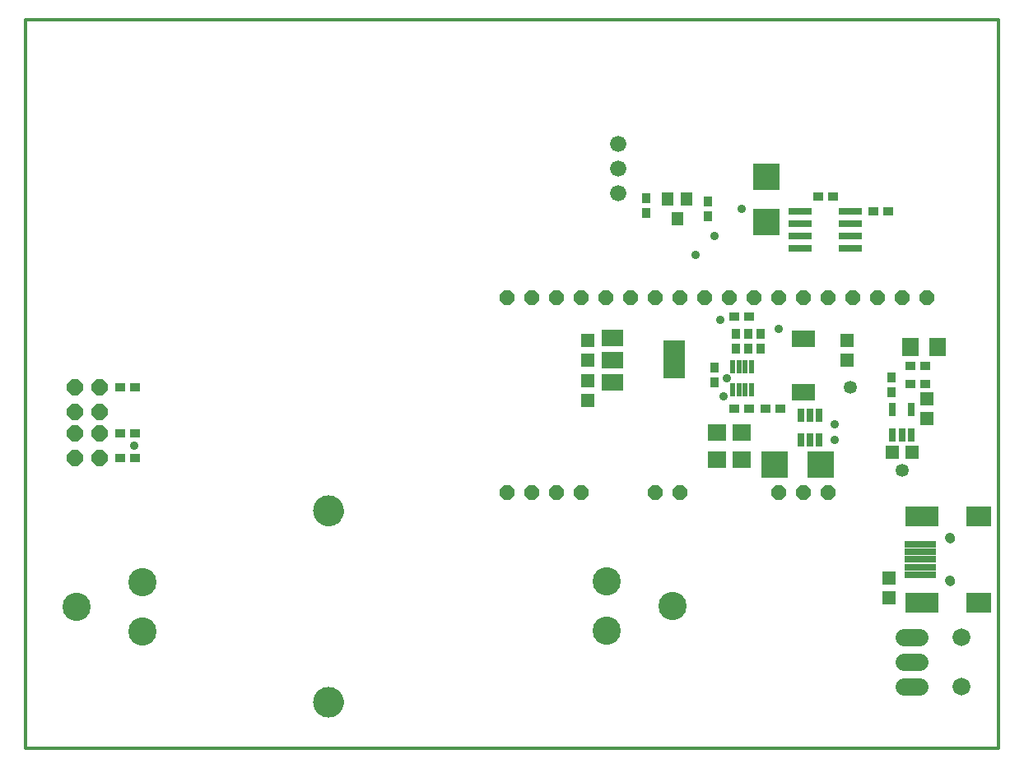
<source format=gts>
G75*
G70*
%OFA0B0*%
%FSLAX24Y24*%
%IPPOS*%
%LPD*%
%AMOC8*
5,1,8,0,0,1.08239X$1,22.5*
%
%ADD10C,0.0120*%
%ADD11R,0.1044X0.0847*%
%ADD12R,0.1359X0.0847*%
%ADD13R,0.1280X0.0257*%
%ADD14C,0.0000*%
%ADD15C,0.0414*%
%ADD16R,0.0277X0.0532*%
%ADD17R,0.0375X0.0414*%
%ADD18R,0.0572X0.0532*%
%ADD19R,0.0414X0.0375*%
%ADD20R,0.0532X0.0572*%
%ADD21C,0.0660*%
%ADD22C,0.1140*%
%ADD23C,0.1241*%
%ADD24C,0.0710*%
%ADD25C,0.0720*%
%ADD26R,0.0690X0.0769*%
%ADD27R,0.0850X0.0650*%
%ADD28R,0.0850X0.1560*%
%ADD29R,0.0220X0.0540*%
%ADD30R,0.0926X0.0651*%
%ADD31R,0.0260X0.0540*%
%ADD32R,0.0769X0.0690*%
%ADD33R,0.1060X0.1060*%
%ADD34OC8,0.0591*%
%ADD35OC8,0.0651*%
%ADD36R,0.0454X0.0560*%
%ADD37R,0.0926X0.0296*%
%ADD38C,0.0350*%
%ADD39C,0.0532*%
D10*
X000624Y000160D02*
X000624Y029688D01*
X039994Y029688D01*
X039994Y000160D01*
X000624Y000160D01*
D11*
X039220Y006058D03*
X039220Y009562D03*
D12*
X036898Y009562D03*
X036898Y006058D03*
D13*
X036858Y007180D03*
X036858Y007495D03*
X036858Y007810D03*
X036858Y008125D03*
X036858Y008440D03*
D14*
X037862Y008676D02*
X037864Y008702D01*
X037870Y008728D01*
X037880Y008753D01*
X037893Y008776D01*
X037909Y008796D01*
X037929Y008814D01*
X037951Y008829D01*
X037974Y008841D01*
X038000Y008849D01*
X038026Y008853D01*
X038052Y008853D01*
X038078Y008849D01*
X038104Y008841D01*
X038128Y008829D01*
X038149Y008814D01*
X038169Y008796D01*
X038185Y008776D01*
X038198Y008753D01*
X038208Y008728D01*
X038214Y008702D01*
X038216Y008676D01*
X038214Y008650D01*
X038208Y008624D01*
X038198Y008599D01*
X038185Y008576D01*
X038169Y008556D01*
X038149Y008538D01*
X038127Y008523D01*
X038104Y008511D01*
X038078Y008503D01*
X038052Y008499D01*
X038026Y008499D01*
X038000Y008503D01*
X037974Y008511D01*
X037950Y008523D01*
X037929Y008538D01*
X037909Y008556D01*
X037893Y008576D01*
X037880Y008599D01*
X037870Y008624D01*
X037864Y008650D01*
X037862Y008676D01*
X037862Y006944D02*
X037864Y006970D01*
X037870Y006996D01*
X037880Y007021D01*
X037893Y007044D01*
X037909Y007064D01*
X037929Y007082D01*
X037951Y007097D01*
X037974Y007109D01*
X038000Y007117D01*
X038026Y007121D01*
X038052Y007121D01*
X038078Y007117D01*
X038104Y007109D01*
X038128Y007097D01*
X038149Y007082D01*
X038169Y007064D01*
X038185Y007044D01*
X038198Y007021D01*
X038208Y006996D01*
X038214Y006970D01*
X038216Y006944D01*
X038214Y006918D01*
X038208Y006892D01*
X038198Y006867D01*
X038185Y006844D01*
X038169Y006824D01*
X038149Y006806D01*
X038127Y006791D01*
X038104Y006779D01*
X038078Y006771D01*
X038052Y006767D01*
X038026Y006767D01*
X038000Y006771D01*
X037974Y006779D01*
X037950Y006791D01*
X037929Y006806D01*
X037909Y006824D01*
X037893Y006844D01*
X037880Y006867D01*
X037870Y006892D01*
X037864Y006918D01*
X037862Y006944D01*
X012283Y009785D02*
X012285Y009833D01*
X012291Y009881D01*
X012301Y009928D01*
X012314Y009974D01*
X012332Y010019D01*
X012352Y010063D01*
X012377Y010105D01*
X012405Y010144D01*
X012435Y010181D01*
X012469Y010215D01*
X012506Y010247D01*
X012544Y010276D01*
X012585Y010301D01*
X012628Y010323D01*
X012673Y010341D01*
X012719Y010355D01*
X012766Y010366D01*
X012814Y010373D01*
X012862Y010376D01*
X012910Y010375D01*
X012958Y010370D01*
X013006Y010361D01*
X013052Y010349D01*
X013097Y010332D01*
X013141Y010312D01*
X013183Y010289D01*
X013223Y010262D01*
X013261Y010232D01*
X013296Y010199D01*
X013328Y010163D01*
X013358Y010125D01*
X013384Y010084D01*
X013406Y010041D01*
X013426Y009997D01*
X013441Y009952D01*
X013453Y009905D01*
X013461Y009857D01*
X013465Y009809D01*
X013465Y009761D01*
X013461Y009713D01*
X013453Y009665D01*
X013441Y009618D01*
X013426Y009573D01*
X013406Y009529D01*
X013384Y009486D01*
X013358Y009445D01*
X013328Y009407D01*
X013296Y009371D01*
X013261Y009338D01*
X013223Y009308D01*
X013183Y009281D01*
X013141Y009258D01*
X013097Y009238D01*
X013052Y009221D01*
X013006Y009209D01*
X012958Y009200D01*
X012910Y009195D01*
X012862Y009194D01*
X012814Y009197D01*
X012766Y009204D01*
X012719Y009215D01*
X012673Y009229D01*
X012628Y009247D01*
X012585Y009269D01*
X012544Y009294D01*
X012506Y009323D01*
X012469Y009355D01*
X012435Y009389D01*
X012405Y009426D01*
X012377Y009465D01*
X012352Y009507D01*
X012332Y009551D01*
X012314Y009596D01*
X012301Y009642D01*
X012291Y009689D01*
X012285Y009737D01*
X012283Y009785D01*
X012283Y002035D02*
X012285Y002083D01*
X012291Y002131D01*
X012301Y002178D01*
X012314Y002224D01*
X012332Y002269D01*
X012352Y002313D01*
X012377Y002355D01*
X012405Y002394D01*
X012435Y002431D01*
X012469Y002465D01*
X012506Y002497D01*
X012544Y002526D01*
X012585Y002551D01*
X012628Y002573D01*
X012673Y002591D01*
X012719Y002605D01*
X012766Y002616D01*
X012814Y002623D01*
X012862Y002626D01*
X012910Y002625D01*
X012958Y002620D01*
X013006Y002611D01*
X013052Y002599D01*
X013097Y002582D01*
X013141Y002562D01*
X013183Y002539D01*
X013223Y002512D01*
X013261Y002482D01*
X013296Y002449D01*
X013328Y002413D01*
X013358Y002375D01*
X013384Y002334D01*
X013406Y002291D01*
X013426Y002247D01*
X013441Y002202D01*
X013453Y002155D01*
X013461Y002107D01*
X013465Y002059D01*
X013465Y002011D01*
X013461Y001963D01*
X013453Y001915D01*
X013441Y001868D01*
X013426Y001823D01*
X013406Y001779D01*
X013384Y001736D01*
X013358Y001695D01*
X013328Y001657D01*
X013296Y001621D01*
X013261Y001588D01*
X013223Y001558D01*
X013183Y001531D01*
X013141Y001508D01*
X013097Y001488D01*
X013052Y001471D01*
X013006Y001459D01*
X012958Y001450D01*
X012910Y001445D01*
X012862Y001444D01*
X012814Y001447D01*
X012766Y001454D01*
X012719Y001465D01*
X012673Y001479D01*
X012628Y001497D01*
X012585Y001519D01*
X012544Y001544D01*
X012506Y001573D01*
X012469Y001605D01*
X012435Y001639D01*
X012405Y001676D01*
X012377Y001715D01*
X012352Y001757D01*
X012332Y001801D01*
X012314Y001846D01*
X012301Y001892D01*
X012291Y001939D01*
X012285Y001987D01*
X012283Y002035D01*
D15*
X038039Y006944D03*
X038039Y008676D03*
D16*
X036473Y012870D03*
X036099Y012870D03*
X035725Y012870D03*
X035725Y013894D03*
X036473Y013894D03*
D17*
X035677Y014598D03*
X035677Y015198D03*
X030374Y016360D03*
X029874Y016360D03*
X029374Y016360D03*
X029374Y016960D03*
X029874Y016960D03*
X030374Y016960D03*
X028499Y015585D03*
X028499Y014985D03*
X028249Y021735D03*
X028249Y022335D03*
X025749Y022460D03*
X025749Y021860D03*
D18*
X023374Y016685D03*
X023374Y015885D03*
X023374Y015060D03*
X023374Y014260D03*
X033874Y015885D03*
X033874Y016685D03*
X037124Y014310D03*
X037124Y013510D03*
X035574Y007060D03*
X035574Y006260D03*
D19*
X031174Y013910D03*
X030574Y013910D03*
X029924Y013910D03*
X029324Y013910D03*
X029324Y017660D03*
X029924Y017660D03*
X034949Y021910D03*
X035549Y021910D03*
X033299Y022535D03*
X032699Y022535D03*
X036449Y015660D03*
X037049Y015660D03*
X037049Y014910D03*
X036449Y014910D03*
X005049Y014785D03*
X004449Y014785D03*
X004449Y012910D03*
X005049Y012910D03*
X005049Y011910D03*
X004449Y011910D03*
D20*
X035724Y012160D03*
X036524Y012160D03*
D21*
X024624Y022660D03*
X024624Y023660D03*
X024624Y024660D03*
D22*
X024151Y006914D03*
X026807Y005914D03*
X024151Y004914D03*
X005347Y004906D03*
X002691Y005906D03*
X005347Y006906D03*
D23*
X012874Y009785D03*
X012874Y002035D03*
D24*
X036174Y002660D02*
X036824Y002660D01*
X036824Y003660D02*
X036174Y003660D01*
X036174Y004660D02*
X036824Y004660D01*
D25*
X038499Y004660D03*
X038499Y002660D03*
D26*
X037550Y016410D03*
X036448Y016410D03*
D27*
X024384Y016800D03*
X024384Y015900D03*
X024384Y015000D03*
D28*
X026864Y015910D03*
D29*
X029244Y015640D03*
X029494Y015640D03*
X029754Y015640D03*
X030004Y015640D03*
X030004Y014680D03*
X029754Y014680D03*
X029494Y014680D03*
X029244Y014680D03*
D30*
X032124Y014577D03*
X032124Y016743D03*
D31*
X032004Y013650D03*
X032374Y013650D03*
X032744Y013650D03*
X032744Y012670D03*
X032374Y012670D03*
X032004Y012670D03*
D32*
X029624Y012961D03*
X028624Y012961D03*
X028624Y011859D03*
X029624Y011859D03*
D33*
X030949Y011660D03*
X032799Y011660D03*
X030624Y021485D03*
X030624Y023335D03*
D34*
X030124Y018410D03*
X029124Y018410D03*
X028124Y018410D03*
X027124Y018410D03*
X026124Y018410D03*
X025124Y018410D03*
X024124Y018410D03*
X023124Y018410D03*
X022124Y018410D03*
X021124Y018410D03*
X020124Y018410D03*
X031124Y018410D03*
X032124Y018410D03*
X033124Y018410D03*
X034124Y018410D03*
X035124Y018410D03*
X036124Y018410D03*
X037124Y018410D03*
X033124Y010535D03*
X032124Y010535D03*
X031124Y010535D03*
X027124Y010535D03*
X026124Y010535D03*
X023124Y010535D03*
X022124Y010535D03*
X021124Y010535D03*
X020124Y010535D03*
D35*
X003624Y011910D03*
X002624Y011910D03*
X002624Y012910D03*
X002624Y013785D03*
X002624Y014785D03*
X003624Y014785D03*
X003624Y013785D03*
X003624Y012910D03*
D36*
X026625Y022429D03*
X027373Y022429D03*
X026999Y021641D03*
D37*
X031975Y021410D03*
X031975Y020910D03*
X031975Y020410D03*
X034023Y020410D03*
X034023Y020910D03*
X034023Y021410D03*
X034023Y021910D03*
X031975Y021910D03*
D38*
X029624Y022035D03*
X028499Y020910D03*
X027749Y020160D03*
X028749Y017535D03*
X031124Y017160D03*
X028999Y015160D03*
X028874Y014410D03*
X033374Y013285D03*
X033374Y012660D03*
X004999Y012410D03*
D39*
X033999Y014785D03*
X036124Y011410D03*
M02*

</source>
